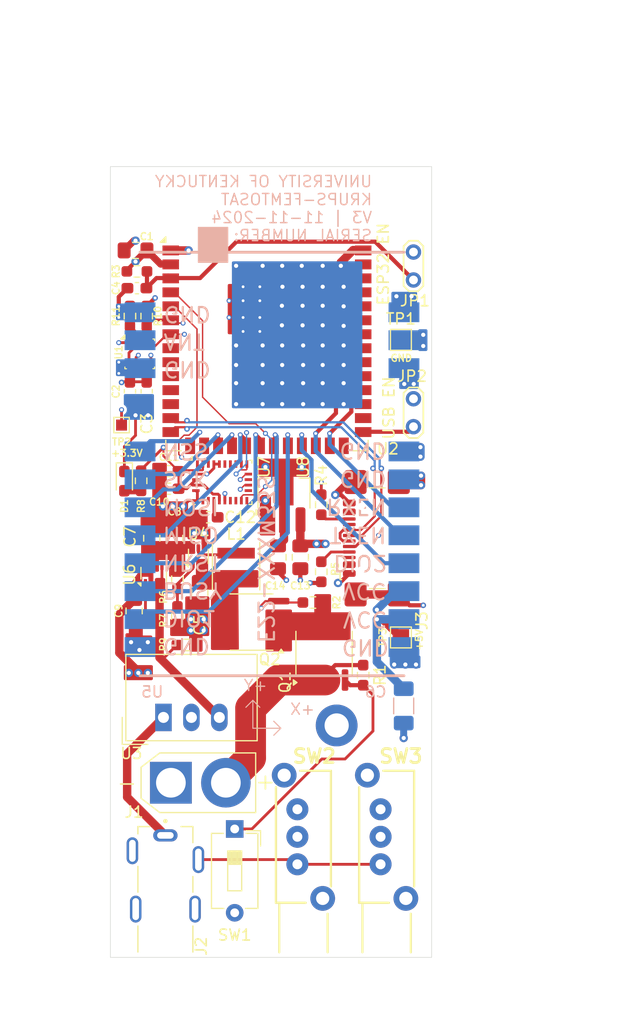
<source format=kicad_pcb>
(kicad_pcb (version 20240108) (generator "pcbnew") (generator_version "8.0")
  (title_block (date "2024-11-11") (rev "V3"))
  (layers (0 "F.Cu" signal) (1 "In1.Cu" signal) (2 "In2.Cu" power) (31 "B.Cu" signal) (34 "B.Paste" user) (35 "F.Paste" user) (36 "B.SilkS" user "B.Silkscreen") (37 "F.SilkS" user "F.Silkscreen") (38 "B.Mask" user) (39 "F.Mask" user) (44 "Edge.Cuts" user))
  (net 0 "")
  (net 1 "+5V")
  (net 2 "GND")
  (net 3 "/5V_BATT")
  (net 4 "/BATT_VIN")
  (net 5 "+3V3")
  (net 7 "Net-(Q1-D)")
  (net 8 "Net-(Q1-G)")
  (net 9 "Net-(Q2-G)")
  (net 10 "/5V_GSE")
  (net 11 "/I2C_SCL")
  (net 12 "/I2C_SDA")
  (net 13 "/USB_D+")
  (net 14 "Net-(J3-CC1)")
  (net 15 "Net-(J3-CC2)")
  (net 16 "/~{LORA_RESET}")
  (net 17 "/USB_D-")
  (net 19 "/SPI_MISO")
  (net 21 "/LORA_TXEN")
  (net 22 "/LORA_DIO1")
  (net 24 "/LORA_RXEN")
  (net 27 "/SPI_MOSI")
  (net 28 "/LORA_BUSY")
  (net 29 "/LORA_DIO2")
  (net 30 "/SPI_CLK")
  (net 31 "/GSE_VIN")
  (net 35 "/PLUG_SWITCH")
  (net 36 "Net-(J1-Pin_2)")
  (net 37 "Net-(SW1-B)")
  (net 44 "/BNO086_HINTN")
  (net 45 "/~{BNO086_RESET}")
  (net 47 "/SPI_NSS")
  (net 51 "/ESP32_EN")
  (net 52 "/USB_EN")
  (net 53 "Net-(U7-CAP)")
  (net 54 "Net-(U4-SW)")
  (net 55 "Net-(U4-FB)")
  (net 71 "Net-(D1-A)")
  (footprint "Capacitor_SMD:C_0805_2012Metric_Pad1.18x1.45mm_HandSolder" (layer "F.Cu") (at 104.14 57.612 -90)
    (property "Reference" "C14")
    (property "Value" "22u")
  )
  (footprint "Capacitor_SMD:C_0603_1608Metric_Pad1.08x0.95mm_HandSolder" (layer "F.Cu") (at 94.234 49.784 180)
    (property "Reference" "C11")
    (property "Value" "0.1u")
  )
  (footprint "Package_TO_SOT_SMD:SOT-563" (layer "F.Cu") (at 96.901 57.531 90)
    (property "Reference" "U4")
    (property "Value" "TPS61023")
  )
  (footprint "Resistor_SMD:R_0603_1608Metric_Pad0.98x0.95mm_HandSolder" (layer "F.Cu") (at 90.678 35.687 90)
    (property "Reference" "R11")
    (property "Value" "3.9k")
  )
  (footprint "MountingHole:MountingHole_2.2mm_M2" (layer "F.Cu") (at 115.316 25.146)
    (property "Reference" "H2" (hide yes))
    (property "Value" "MountingHole")
  )
  (footprint "Capacitor_SMD:C_0805_2012Metric_Pad1.18x1.45mm_HandSolder" (layer "F.Cu") (at 97.028 60.833 -90)
    (property "Reference" "C5")
    (property "Value" "10u")
  )
  (footprint "TestPoint:TestPoint_Pad_1.0x1.0mm" (layer "F.Cu") (at 89.916 45.593 180)
    (property "Reference" "TP2")
    (property "Value" "+3.3V")
  )
  (footprint "Resistor_SMD:R_0603_1608Metric_Pad0.98x0.95mm_HandSolder" (layer "F.Cu") (at 107.315 61.722 180)
    (property "Reference" "R2")
    (property "Value" "100k")
  )
  (footprint "Package_LGA:Bosch_LGA-8_2.5x2.5mm_P0.65mm_ClockwisePinNumbering" (layer "F.Cu") (at 91.567 39.116)
    (property "Reference" "U1")
    (property "Value" "BME280")
  )
  (footprint "Diode_SMD:D_0603_1608Metric_Pad1.05x0.95mm_HandSolder" (layer "F.Cu") (at 90.17 50.687 -90)
    (property "Reference" "D1")
    (property "Value" "LED")
  )
  (footprint "Capacitor_SMD:C_0603_1608Metric_Pad1.08x0.95mm_HandSolder" (layer "F.Cu") (at 92.202 42.5185 -90)
    (property "Reference" "C3")
    (property "Value" "0.1u")
  )
  (footprint "Capacitor_SMD:C_0805_2012Metric_Pad1.18x1.45mm_HandSolder" (layer "F.Cu") (at 106.172 57.612 -90)
    (property "Reference" "C13")
    (property "Value" "10u")
  )
  (footprint "Package_LGA:LGA-28_5.2x3.8mm_P0.5mm" (layer "F.Cu") (at 99.06 50.8)
    (property "Reference" "U7")
    (property "Value" "BNO086")
  )
  (footprint "Capacitor_SMD:C_0805_2012Metric_Pad1.18x1.45mm_HandSolder" (layer "F.Cu") (at 94.742 55.88 90)
    (property "Reference" "C8")
    (property "Value" "22u")
  )
  (footprint "Capacitor_SMD:C_0603_1608Metric_Pad1.08x0.95mm_HandSolder" (layer "F.Cu") (at 90.678 42.5185 -90)
    (property "Reference" "C2")
    (property "Value" "0.1u")
  )
  (footprint "Capacitor_SMD:C_0805_2012Metric_Pad1.18x1.45mm_HandSolder" (layer "F.Cu") (at 91.059 62.484 -90)
    (property "Reference" "C9")
    (property "Value" "10u")
  )
  (footprint "Capacitor_SMD:C_0603_1608Metric_Pad1.08x0.95mm_HandSolder" (layer "F.Cu") (at 97.79 53.975 180)
    (property "Reference" "C12")
    (property "Value" "0.1u")
  )
  (footprint "Capacitor_SMD:C_0603_1608Metric_Pad1.08x0.95mm_HandSolder" (layer "F.Cu") (at 94.234 51.3795 180)
    (property "Reference" "C10")
    (property "Value" "0.1u")
  )
  (footprint "Capacitor_SMD:C_0805_2012Metric_Pad1.18x1.45mm_HandSolder" (layer "F.Cu") (at 91.186 29.718 180)
    (property "Reference" "C1")
    (property "Value" "22u")
  )
  (footprint "Resistor_SMD:R_0603_1608Metric_Pad0.98x0.95mm_HandSolder" (layer "F.Cu") (at 108.077 58.928 -90)
    (property "Reference" "R5")
    (property "Value" "5.1k")
  )
  (footprint "Resistor_SMD:R_0603_1608Metric_Pad0.98x0.95mm_HandSolder" (layer "F.Cu") (at 111.887 68.326 -90)
    (property "Reference" "R1")
    (property "Value" "100k")
  )
  (footprint "Resistor_SMD:R_0603_1608Metric_Pad0.98x0.95mm_HandSolder" (layer "F.Cu") (at 94.996 59.563 -90)
    (property "Reference" "R6")
    (property "Value" "73.2k")
  )
  (footprint "MountingHole:MountingHole_2.2mm_M2_DIN965_Pad" (layer "F.Cu") (at 109.474 72.898)
    (property "Reference" "H3" (hide yes))
    (property "Value" "MountingHole")
  )
  (footprint "Capacitor_SMD:C_0805_2012Metric_Pad1.18x1.45mm_HandSolder" (layer "F.Cu") (at 92.662 55.88 90)
    (property "Reference" "C7")
    (property "Value" "22u")
  )
  (footprint "KRUPS-FemtoSat:TENSILITY_54-00170" (layer "F.Cu") (at 93.901 88.34)
    (property "Reference" "J2")
    (property "Value" "54-00170")
  )
  (footprint "Capacitor_SMD:C_0603_1608Metric_Pad1.08x0.95mm_HandSolder" (layer "F.Cu") (at 91.313 33.147 180)
    (property "Reference" "C4")
    (property "Value" "0.1u")
  )
  (footprint "RF_Module:ESP32-S3-WROOM-2" (layer "F.Cu") (at 103.137 34.978)
    (property "Reference" "U2")
    (property "Value" "ESP32-S3-WROOM-2")
  )
  (footprint "TestPoint:TestPoint_2Pads_Pitch2.54mm_Drill0.8mm" (layer "F.Cu") (at 116.459 29.865 -90)
    (property "Reference" "JP1")
    (property "Value" "Jumper_2_Small_Open")
  )
  (footprint "Resistor_SMD:R_0603_1608Metric_Pad0.98x0.95mm_HandSolder" (layer "F.Cu") (at 92.202 35.687 90)
    (property "Reference" "R10")
    (property "Value" "3.9k")
  )
  (footprint "Resistor_SMD:R_0603_1608Metric_Pad0.98x0.95mm_HandSolder" (layer "F.Cu") (at 108.077 52.832 90)
    (property "Reference" "R4")
    (property "Value" "5.1k")
  )
  (footprint "Button_Switch_THT:SW_DIP_SPSTx01_Slide_6.7x4.1mm_W7.62mm_P2.54mm_LowProfile" (layer "F.Cu") (at 100.203 82.306 -90)
    (property "Reference" "SW1")
    (property "Value" "Enable Switch")
  )
  (footprint "Connector_AMASS:AMASS_XT30U-M_1x02_P5.0mm_Vertical" (layer "F.Cu") (at 94.401 78.105)
    (property "Reference" "J1")
    (property "Value" "XT30U Male Connector")
  )
  (footprint "Package_TO_SOT_SMD:SOT-89-3_Handsoldering" (layer "F.Cu") (at 104.6855 51.77 90)
    (property "Reference" "U8")
    (property "Value" "AZ1117-3.3")
  )
  (footprint "TestPoint:TestPoint_2Pads_Pitch2.54mm_Drill0.8mm" (layer "F.Cu") (at 116.459 43.2 -90)
    (property "Reference" "JP2")
    (property "Value" "Jumper_2_Small_Open")
  )
  (footprint "Connector_USB:USB_C_Receptacle_GCT_USB4110" (layer "F.Cu") (at 114.3 55.88 90)
    (property "Reference" "J3")
    (property "Value" "USB_C_Receptacle_USB2.0_16P")
  )
  (footprint "TestPoint:TestPoint_Pad_1.5x1.5mm" (layer "F.Cu") (at 115.316 37.846)
    (property "Reference" "TP1")
    (property "Value" "GND")
  )
  (footprint "Resistor_SMD:R_0603_1608Metric_Pad0.98x0.95mm_HandSolder" (layer "F.Cu") (at 91.313 31.623)
    (property "Reference" "R3")
    (property "Value" "10k")
  )
  (footprint "Package_SO:SOIC-8_3.9x4.9mm_P1.27mm" (layer "F.Cu") (at 108.331 66.294 90)
    (property "Reference" "Q1")
    (property "Value" "IRF7410")
  )
  (footprint "MountingHole:MountingHole_2.2mm_M2" (layer "F.Cu") (at 91.44 25.146)
    (property "Reference" "H1" (hide yes))
    (property "Value" "MountingHole")
  )
  (footprint "KRUPS-FemtoSat:LC1258OANP" (layer "F.Cu") (at 113.468 80.518 -90)
    (property "Reference" "SW3")
    (property "Value" "Enclosure Detector" (hide yes))
  )
  (footprint "KRUPS-FemtoSat:LC1258OANP" (layer "F.Cu") (at 105.904 80.518 -90)
    (property "Reference" "SW2")
    (property "Value" "Enclosure Detector" (hide yes))
  )
  (footprint "TestPoint:TestPoint_Pad_1.5x1.5mm" (layer "F.Cu") (at 115.316 64.897 90)
    (property "Reference" "TP3")
    (property "Value" "+5V")
  )
  (footprint "Resistor_SMD:R_0603_1608Metric_Pad0.98x0.95mm_HandSolder" (layer "F.Cu") (at 91.694 50.659 -90)
    (property "Reference" "R8")
    (property "Value" "270")
  )
  (footprint "Resistor_SMD:R_0603_1608Metric_Pad0.98x0.95mm_HandSolder" (layer "F.Cu") (at 94.996 62.992 90)
    (property "Reference" "R7")
    (property "Value" "10k")
  )
  (footprint "Resistor_SMD:R_0603_1608Metric_Pad0.98x0.95mm_HandSolder" (layer "F.Cu") (at 95.8596 65.5828)
    (property "Reference" "R9")
    (property "Value" "100k")
  )
  (footprint "Inductor_SMD:L_Coilcraft_XxL4030" (layer "F.Cu") (at 100.33 58.42 90)
    (property "Reference" "L1")
    (property "Value" "1u")
  )
  (footprint "Converter_DCDC:Converter_DCDC_TRACO_TSR-1_THT" (layer "F.Cu") (at 93.726 72.1675)
    (property "Reference" "U3")
    (property "Value" "TSR_2-2450")
  )
  (footprint "Package_TO_SOT_SMD:SOT-583-8" (layer "F.Cu") (at 92.837 59.182 90)
    (property "Reference" "U6")
    (property "Value" "TPS2117")
  )
  (footprint "Package_SO:SOIC-8_3.9x4.9mm_P1.27mm" (layer "F.Cu") (at 101.727 63.5 180)
    (property "Reference" "Q2")
    (property "Value" "IRF7410")
  )
  (footprint "Capacitor_SMD:C_1206_3216Metric_Pad1.33x1.80mm_HandSolder" (layer "B.Cu") (at 115.57 71.12 -90)
    (property "Reference" "C6")
    (property "Value" "100u")
  )
  (footprint "KRUPS-FemtoSat:E22-XXXM33S" (layer "B.Cu") (at 102.87 49.53 90)
    (property "Reference" "U5")
    (property "Value" "E22-900M33S")
  )
  (gr_line (start 103.759 72.517) (end 104.394 73.152) (stroke (width 0.1)) (layer "B.SilkS"))
  (gr_line (start 101.854 73.152) (end 104.394 73.152) (stroke (width 0.1)) (layer "B.SilkS"))
  (gr_line (start 104.394 73.152) (end 103.759 72.517) (stroke (width 0.1)) (layer "B.SilkS"))
  (gr_line (start 104.394 73.152) (end 103.759 73.787) (stroke (width 0.1)) (layer "B.SilkS"))
  (gr_line (start 101.854 73.152) (end 101.854 70.612) (stroke (width 0.1)) (layer "B.SilkS"))
  (gr_line (start 101.854 70.612) (end 102.489 71.247) (stroke (width 0.1)) (layer "B.SilkS"))
  (gr_rect (start 96.901 27.6225) (end 99.568 30.7975) (stroke (width 0.1)) (fill solid) (layer "B.SilkS"))
  (gr_line (start 101.854 70.612) (end 101.219 71.247) (stroke (width 0.1)) (layer "B.SilkS"))
  (gr_rect (start 88.9 22.098) (end 118.11 93.98) (stroke (width 0.05)) (fill none) (layer "Edge.Cuts"))
  (gr_text "UNIVERSITY OF KENTUCKY\nKRUPS-FEMTOSAT\nV3 | 11-11-2024\nSERIAL NUMBER:" (at 112.776 28.956 0) (layer "B.SilkS") (effects (font (size 1.016 1.016) (thickness 0.127)) (justify left bottom mirror)))
  (gr_text "+Y" (at 103.251 69.85 0) (layer "B.SilkS") (effects (font (size 1.016 1.016) (thickness 0.127)) (justify left bottom mirror)))
  (gr_text "+X" (at 107.569 72.009 0) (layer "B.SilkS") (effects (font (size 1.016 1.016) (thickness 0.127)) (justify left bottom mirror)))
  (gr_text "+5V" (at 117.348 66.167 90) (layer "F.SilkS") (effects (font (size 0.635 0.635) (thickness 0.127) (bold yes)) (justify left bottom)))
  (gr_text "GND" (at 114.3 39.878 0) (layer "F.SilkS") (effects (font (size 0.635 0.635) (thickness 0.127) (bold yes)) (justify left bottom)))
  (gr_text "ESP32 EN" (at 114.3 34.798 90) (layer "F.SilkS") (effects (font (size 1 1)) (justify left bottom)))
  (gr_text "USB EN" (at 114.808 46.99 90) (layer "F.SilkS") (effects (font (size 1 1)) (justify left bottom)))
  (gr_text "+3.3V" (at 88.9 48.514 0) (layer "F.SilkS") (effects (font (size 0.635 0.635) (thickness 0.127) (bold yes)) (justify left bottom)))
  (segment (start 106.3585 56.388) (end 106.172 56.5745) (width 0.762) (layer "F.Cu") (net 1))
  (segment (start 113.1316 63.246) (end 113.665 63.246) (width 0.762) (layer "F.Cu") (net 1))
  (segment (start 89.7128 66.294) (end 91.3384 67.9196) (width 0.762) (layer "F.Cu") (net 1))
  (segment (start 106.172 54.2335) (end 106.1855 54.22) (width 0.762) (layer "F.Cu") (net 1))
  (segment (start 89.7128 62.7927) (end 89.7128 66.294) (width 0.762) (layer "F.Cu") (net 1))
  (segment (start 106.172 56.5745) (end 106.172 54.2335) (width 0.762) (layer "F.Cu") (net 1))
  (segment (start 108.458 56.388) (end 106.3585 56.388) (width 0.762) (layer "F.Cu") (net 1))
  (segment (start 113.665 63.246) (end 115.316 64.897) (width 0.762) (layer "F.Cu") (net 1))
  (segment (start 91.059 61.4465) (end 89.7128 62.7927) (width 0.762) (layer "F.Cu") (net 1))
  (via (at 108.458 56.388) (size 0.762) (drill 0.381) (layers "F.Cu" "B.Cu") (net 1))
  (via (at 91.44 68.1228) (size 0.762) (drill 0.381) (layers "F.Cu" "B.Cu") (net 1))
  (via (at 113.1316 63.246) (size 0.762) (drill 0.381) (layers "F.Cu" "B.Cu") (net 1))
  (via (at 113.1316 62.3824) (size 0.762) (drill 0.381) (layers "F.Cu" "B.Cu") (net 1))
  (via (at 107.6452 56.388) (size 0.762) (drill 0.381) (layers "F.Cu" "B.Cu") (net 1))
  (via (at 90.5764 68.1228) (size 0.762) (drill 0.381) (layers "F.Cu" "B.Cu") (net 1))
  (via (at 92.3036 68.1228) (size 0.762) (drill 0.381) (layers "F.Cu" "B.Cu") (net 1))
  (segment (start 113.1316 63.246) (end 113.1316 67.1191) (width 0.762) (layer "B.Cu") (net 1))
  (segment (start 115.579 63.246) (end 115.595 63.23) (width 0.762) (layer "B.Cu") (net 1))
  (segment (start 115.595 60.69) (end 114.824 60.69) (width 0.762) (layer "B.Cu") (net 1))
  (segment (start 114.824 60.69) (end 113.1316 62.3824) (width 0.762) (layer "B.Cu") (net 1))
  (segment (start 113.1316 67.1191) (end 115.57 69.5575) (width 0.762) (layer "B.Cu") (net 1))
  (segment (start 113.1316 63.246) (end 115.579 63.246) (width 0.762) (layer "B.Cu") (net 1))
  (segment (start 96.012 29.718) (end 94.402 29.718) (width 0.762) (layer "F.Cu") (net 2))
  (segment (start 115.409 51.054) (end 115.125 50.77) (width 0.762) (layer "F.Cu") (net 2))
  (segment (start 111.195 50.77) (end 110.52 50.77) (width 0.635) (layer "F.Cu") (net 2))
  (segment (start 89.662 33.9355) (end 89.662 34.798) (width 0.381) (layer "F.Cu") (net 2))
  (segment (start 110.969 29.69) (end 111.874 29.69) (width 0.762) (layer "F.Cu") (net 2))
  (segment (start 101.096 51.05) (end 101.4475 51.05) (width 0.127) (layer "F.Cu") (net 2))
  (segment (start 90.678 43.381) (end 90.678 44.196) (width 0.381) (layer "F.Cu") (net 2))
  (segment (start 98.31 49.1375) (end 98.81 49.1375) (width 0.254) (layer "F.Cu") (net 2))
  (segment (start 96.81 52.4625) (end 96.81 51.6875) (width 0.254) (layer "F.Cu") (net 2))
  (segment (start 92.583 39.243) (end 92.583 40.1) (width 0.254) (layer "F.Cu") (net 2))
  (segment (start 109.347 51.943) (end 109.883 51.943) (width 0.381) (layer "F.Cu") (net 2))
  (segment (start 97.663 50.038) (end 97.79 50.038) (width 0.254) (layer "F.Cu") (net 2))
  (segment (start 92.583 40.1) (end 92.542 40.141) (width 0.254) (layer "F.Cu") (net 2))
  (segment (start 97.651 50.05) (end 96.6725 50.05) (width 0.254) (layer "F.Cu") (net 2))
  (segment (start 90.678 44.196) (end 91.186 44.704) (width 0.381) (layer "F.Cu") (net 2))
  (segment (start 92.202 44.577) (end 92.329 44.704) (width 0.381) (layer "F.Cu") (net 2))
  (segment (start 90.4505 33.147) (end 89.662 33.9355) (width 0.381) (layer "F.Cu") (net 2))
  (segment (start 91.0375 28.829) (end 90.1485 29.718) (width 0.635) (layer "F.Cu") (net 2))
  (segment (start 109.756 59.944) (end 110.62 59.08) (width 0.381) (layer "F.Cu") (net 2))
  (segment (start 97.79 50.038) (end 98.31 49.518) (width 0.254) (layer "F.Cu") (net 2))
  (segment (start 109.855 30.804) (end 110.969 29.69) (width 0.762) (layer "F.Cu") (net 2))
  (segment (start 92.202 43.381) (end 92.202 44.577) (width 0.381) (layer "F.Cu") (net 2))
  (segment (start 91.242 39.441) (end 91.44 39.243) (width 0.254) (layer "F.Cu") (net 2))
  (segment (start 117.1448 51.054) (end 115.409 51.054) (width 0.762) (layer "F.Cu") (net 2))
  (segment (start 98.31 49.518) (end 98.31 49.1375) (width 0.254) (layer "F.Cu") (net 2))
  (segment (start 117.348 61.976) (end 116.111 61.976) (width 0.381) (layer "F.Cu") (net 2))
  (segment (start 91.186 28.829) (end 91.0375 28.829) (width 0.635) (layer "F.Cu") (net 2))
  (segment (start 116.111 61.976) (end 115.125 60.99) (width 0.381) (layer "F.Cu") (net 2))
  (segment (start 96.0259 52.4625) (end 95.504 52.9844) (width 0.254) (layer "F.Cu") (net 2))
  (segment (start 117.1448 50.1904) (end 117.1448 51.054) (width 0.762) (layer "F.Cu") (net 2))
  (segment (start 109.601 59.944) (end 109.756 59.944) (width 0.381) (layer "F.Cu") (net 2))
  (segment (start 91.242 40.141) (end 91.242 39.441) (width 0.254) (layer "F.Cu") (net 2))
  (segment (start 90.17 47.5488) (end 91.186 46.5328) (width 0.254) (layer "F.Cu") (net 2))
  (segment (start 109.855 31.115) (end 109.855 30.804) (width 0.762) (layer "F.Cu") (net 2))
  (segment (start 90.17 49.812) (end 90.17 47.5488) (width 0.254) (layer "F.Cu") (net 2))
  (segment (start 110.52 50.77) (end 109.347 51.943) (width 0.635) (layer "F.Cu") (net 2))
  (segment (start 106.172 59.69) (end 106.172 58.6495) (width 0.381) (layer "F.Cu") (net 2))
  (segment (start 94.402 29.718) (end 94.374 29.69) (width 0.762) (layer "F.Cu") (net 2))
  (segment (start 109.883 51.943) (end 110.62 52.68) (width 0.381) (layer "F.Cu") (net 2))
  (segment (start 96.81 51.6875) (end 96.6725 51.55) (width 0.254) (layer "F.Cu") (net 2))
  (segment (start 108.077 50.8) (end 108.077 51.9195) (width 0.254) (layer "F.Cu") (net 2))
  (segment (start 115.125 60.99) (end 111.195 60.99) (width 0.762) (layer "F.Cu") (net 2))
  (segment (start 107.061 59.944) (end 107.9735 59.944) (width 0.381) (layer "F.Cu") (net 2))
  (segment (start 107.9735 59.944) (end 108.077 59.8405) (width 0.381) (layer "F.Cu") (net 2))
  (segment (start 104.14 58.928) (end 104.902 59.69) (width 0.381) (layer "F.Cu") (net 2))
  (segment (start 116.459 41.8846) (end 116.4844 41.8592) (width 0.381) (layer "F.Cu") (net 2))
  (segment (start 115.7732 37.3888) (end 115.316 37.846) (width 0.635) (layer "F.Cu") (net 2))
  (segment (start 100.711 51.435) (end 101.096 51.05) (width 0.127) (layer "F.Cu") (net 2))
  (segment (start 117.348 37.3888) (end 115.7732 37.3888) (width 0.635) (layer "F.Cu") (net 2))
  (segment (start 92.087 62.4935) (end 91.059 63.5215) (width 0.254) (layer "F.Cu") (net 2))
  (segment (start 91.186 46.5328) (end 91.186 44.704) (width 0.254) (layer "F.Cu") (net 2))
  (segment (start 116.439 29.464) (end 116.459 29.484) (width 0.381) (layer "F.Cu") (net 2))
  (segment (start 92.087 59.922) (end 92.087 62.4935) (width 0.254) (layer "F.Cu") (net 2))
  (segment (start 104.14 58.6495) (end 104.14 58.928) (width 0.381) (layer "F.Cu") (net 2))
  (segment (start 96.81 52.4625) (end 96.0259 52.4625) (width 0.254) (layer "F.Cu") (net 2))
  (segment (start 89.662 38.1) (end 90.583 38.1) (width 0.254) (layer "F.Cu") (net 2))
  (segment (start 97.663 50.038) (end 97.651 50.05) (width 0.254) (layer "F.Cu") (net 2))
  (segment (start 90.583 38.1) (end 90.592 38.091) (width 0.254) (layer "F.Cu") (net 2))
  (via (at 115.6208 41.8592) (size 0.762) (drill 0.381) (layers "F.Cu" "B.Cu") (net 2))
  (via (at 108.204 41.783) (size 0.762) (drill 0.381) (layers "F.Cu" "B.Cu") (net 2))
  (via (at 97.4344 55.4228) (size 0.762) (drill 0.381) (layers "F.Cu" "B.Cu") (net 2))
  (via (at 116.6876 67.3608) (size 0.762) (drill 0.381) (layers "F.Cu" "B.Cu") (net 2))
  (via (at 104.5464 33.02) (size 0.762) (drill 0.381) (layers "F.Cu" "B.Cu") (net 2))
  (via (at 117.094 48.4632) (size 0.762) (drill 0.381) (layers "F.Cu" "B.Cu") (net 2))
  (via (at 110.109 36.576) (size 0.762) (drill 0.381) (layers "F.Cu" "B.Cu") (net 2))
  (via (at 100.33 41.783) (size 0.762) (drill 0.381) (layers "F.Cu" "B.Cu") (net 2))
  (via (at 102.743 41.783) (size 0.762) (drill 0.381) (layers "F.Cu" "B.Cu") (net 2))
  (via (at 110.109 38.354) (size 0.762) (drill 0.381) (layers "F.Cu" "B.Cu") (net 2))
  (via (at 89.662 34.798) (size 0.508) (drill 0.254) (layers "F.Cu" "B.Cu") (net 2))
  (via (at 109.601 59.944) (size 0.762) (drill 0.381) (layers "F.Cu" "B.Cu") (net 2))
  (via (at 109.347 51.943) (size 0.762) (drill 0.381) (layers "F.Cu" "B.Cu") (net 2))
  (via (at 108.204 38.354) (size 0.762) (drill 0.381) (layers "F.Cu" "B.Cu") (net 2))
  (via (at 110.109 34.798) (size 0.762) (drill 0.381) (layers "F.Cu" "B.Cu") (net 2))
  (via (at 100.33 38.354) (size 0.762) (drill 0.381) (layers "F.Cu" "B.Cu") (net 2))
  (via (at 116.4844 41.8592) (size 0.762) (drill 0.381) (layers "F.Cu" "B.Cu") (net 2))
  (via (at 115.57 74.041) (size 0.762) (drill 0.381) (layers "F.Cu" "B.Cu") (net 2))
  (via (at 99.695 35.814) (size 0.4572) (drill 0.254) (layers "F.Cu" "B.Cu") (net 2))
  (via (at 116.2812 33.8836) (size 0.762) (drill 0.381) (layers "F.Cu" "B.Cu") (net 2))
  (via (at 108.204 33.02) (size 0.762) (drill 0.381) (layers "F.Cu" "B.Cu") (net 2))
  (via (at 100.965 34.29) (size 0.4572) (drill 0.254) (layers "F.Cu" "B.Cu") (net 2))
  (via (at 93.6752 52.9844) (size 0.762) (drill 0.381) (layers "F.Cu" "B.Cu") (net 2))
  (via (at 104.902 59.69) (size 0.508) (drill 0.254) (layers "F.Cu" "B.Cu") (net 2))
  (via (at 100.33 43.688) (size 0.762) (drill 0.381) (layers "F.Cu" "B.Cu") (net 2))
  (via (at 108.204 36.5252) (size 0.762) (drill 0.381) (layers "F.Cu" "B.Cu") (net 2))
  (via (at 97.3836 64.262) (size 0.762) (drill 0.381) (layers "F.Cu" "B.Cu") (net 2))
  (via (at 117.348 37.3888) (size 0.762) (drill 0.381) (layers "F.Cu" "B.Cu") (net 2))
  (via (at 97.663 50.038) (size 0.4572) (drill 0.254) (layers "F.Cu" "B.Cu") (net 2))
  (via (at 108.204 31.115) (size 0.762) (drill 0.381) (layers "F.Cu" "B.Cu") (net 2))
  (via (at 96.52 55.4228) (size 0.762) (drill 0.381) (layers "F.Cu" "B.Cu") (net 2))
  (via (at 109.855 31.115) (size 0.762) (drill 0.381) (layers "F.Cu" "B.Cu") (net 2))
  (via (at 91.186 28.829) (size 0.762) (drill 0.381) (layers "F.Cu" "B.Cu") (net 2))
  (via (at 108.204 34.7472) (size 0.762) (drill 0.381) (layers "F.Cu" "B.Cu") (net 2))
  (via (at 110.109 41.783) (size 0.762) (drill 0.381) (layers "F.Cu" "B.Cu") (net 2))
  (via (at 104.521 31.115) (size 0.762) (drill 0.381) (layers "F.Cu" "B.Cu") (net 2))
  (via (at 102.489 37.084) (size 0.4572) (drill 0.254) (layers "F.Cu" "B.Cu") (net 2))
  (via (at 117.348 38.4048) (size 0.762) (drill 0.381) (layers "F.Cu" "B.Cu") (net 2))
  (via (at 107.061 59.944) (size 0.508) (drill 0.254) (layers "F.Cu" "B.Cu") (net 2))
  (via (at 89.662 39.878) (size 0.508) (drill 0.254) (layers "F.Cu" "B.Cu") (net 2))
  (via (at 99.695 34.29) (size 0.4572) (drill 0.254) (layers "F.Cu" "B.Cu") (net 2))
  (via (at 106.3752 33.02) (size 0.762) (drill 0.381) (layers "F.Cu" "B.Cu") (net 2))
  (via (at 91.5416 66.04) (size 0.762) (drill 0.381) (layers "F.Cu" "B.Cu") (net 2))
  (via (at 102.743 38.354) (size 0.762) (drill 0.381) (layers "F.Cu" "B.Cu") (net 2))
  (via (at 92.329 44.704) (size 0.762) (drill 0.381) (layers "F.Cu" "B.Cu") (net 2))
  (via (at 91.186 44.704) (size 0.762) (drill 0.381) (layers "F.Cu" "B.Cu") (net 2))
  (via (at 89.662 35.814) (size 0.508) (drill 0.254) (layers "F.Cu" "B.Cu") (net 2))
  (via (at 102.743 43.688) (size 0.762) (drill 0.381) (layers "F.Cu" "B.Cu") (net 2))
  (via (at 117.348 61.976) (size 0.508) (drill 0.254) (layers "F.Cu" "B.Cu") (net 2))
  (via (at 104.521 40.132) (size 0.762) (drill 0.381) (layers "F.Cu" "B.Cu") (net 2))
  (via (at 100.965 37.084) (size 0.4572) (drill 0.254) (layers "F.Cu" "B.Cu") (net 2))
  (via (at 94.5896 52.9844) (size 0.762) (drill 0.381) (layers "F.Cu" "B.Cu") (net 2))
  (via (at 106.299 31.115) (size 0.762) (drill 0.381) (layers "F.Cu" "B.Cu") (net 2))
  (via (at 90.7796 65.3288) (size 0.762) (drill 0.381) (layers "F.Cu" "B.Cu") (net 2))
  (via (at 102.743 40.132) (size 0.762) (drill 0.381) (layers "F.Cu" "B.Cu") (net 2))
  (via (at 104.4956 36.5252) (size 0.762) (drill 0.381) (layers "F.Cu" "B.Cu") (net 2))
  (via (at 117.1448 50.1904) (size 0.762) (drill 0.381) (layers "F.Cu" "B.Cu") (net 2))
  (via (at 92.583 39.243) (size 0.4572) (drill 0.254) (layers "F.Cu" "B.Cu") (net 2))
  (via (at 113.284 55.626) (size 0.4572) (drill 0.254) (layers "F.Cu" "B.Cu") (net 2))
  (via (at 89.662 38.1) (size 0.4572) (drill 0.254) (layers "F.Cu" "B.Cu") (net 2))
  (via (at 91.44 39.243) (size 0.4572) (drill 0.254) (layers "F.Cu" "B.Cu") (net 2))
  (via (at 100.965 35.814) (size 0.4572) (drill 0.254) (layers "F.Cu" "B.Cu") (net 2))
  (via (at 100.965 33.02) (size 0.4572) (drill 0.254) (layers "F.Cu" "B.Cu") (net 2))
  (via (at 106.3752 36.5252) (size 0.762) (drill 0.381) (layers "F.Cu" "B.Cu") (net 2))
  (via (at 117.1448 51.054) (size 0.762) (drill 0.381) (layers "F.Cu" "B.Cu") (net 2))
  (via (at 96.2152 63.246) (size 0.762) (drill 0.381) (layers "F.Cu" "B.Cu") (net 2))
  (via (at 108.077 50.8) (size 0.4572) (drill 0.254) (layers "F.Cu" "B.Cu") (net 2))
  (via (at 104.4956 34.7472) (size 0.762) (drill 0.381) (layers "F.Cu" "B.Cu") (net 2))
  (via (at 102.997 52.451) (size 0.762) (drill 0.381) (layers "F.Cu" "B.Cu") (net 2))
  (via (at 106.426 38.354) (size 0.762) (drill 0.381) (layers "F.Cu" "B.Cu") (net 2))
  (via (at 100.33 31.115) (size 0.762) (drill 0.381) (layers "F.Cu" "B.Cu") (net 2))
  (via (at 110.109 40.132) (size 0.762) (drill 0.381) (layers "F.Cu" "B.Cu") (net 2))
  (via (at 89.662 40.894) (size 0.508) (drill 0.254) (layers "F.Cu" "B.Cu") (net 2))
  (via (at 106.426 43.688) (size 0.762) (drill 0.381) (layers "F.Cu" "B.Cu") (net 2))
  (via (at 108.204 43.688) (size 0.762) (drill 0.381) (layers "F.Cu" "B.Cu") (net 2))
  (via (at 114.9096 33.8836) (size 0.762) (drill 0.381) (layers "F.Cu" "B.Cu") (net 2))
  (via (at 102.743 31.115) (size 0.762) (drill 0.381) (layers "F.Cu" "B.Cu") (net 2))
  (via (at 104.521 41.783) (size 0.762) (drill 0.381) (layers "F.Cu" "B.Cu") (net 2))
  (via (at 104.521 43.688) (size 0.762) (drill 0.381) (layers "F.Cu" "B.Cu") (net 2))
  (via (at 102.489 34.29) (size 0.4572) (drill 0.254) (layers "F.Cu" "B.Cu") (net 2))
  (via (at 97.3836 63.246) (size 0.762) (drill 0.381) (layers "F.Cu" "B.Cu") (net 2))
  (via (at 106.426 41.783) (size 0.762) (drill 0.381) (layers "F.Cu" "B.Cu") (net 2))
  (via (at 108.204 40.132) (size 0.762) (drill 0.381) (layers "F.Cu" "B.Cu") (net 2))
  (via (at 100.711 51.435) (size 0.4572) (drill 0.254) (layers "F.Cu" "B.Cu") (net 2))
  (via (at 106.172 59.69) (size 0.508) (drill 0.254) (layers "F.Cu" "B.Cu") (net 2))
  (via (at 96.012 29.718) (size 0.762) (drill 0.381) (layers "F.Cu" "B.Cu") (net 2))
  (via (at 92.3036 65.3288) (size 0.762) (drill 0.381) (layers "F.Cu" "B.Cu") (net 2))
  (via (at 102.489 33.02) (size 0.4572) (drill 0.254) (layers "F.Cu" "B.Cu") (net 2))
  (via (at 106.3752 34.7472) (size 0.762) (drill 0.381) (layers "F.Cu" "B.Cu") (net 2))
  (via (at 115.7224 67.3608) (size 0.762) (drill 0.381) (layers "F.Cu" "B.Cu") (net 2))
  (via (at 106.426 40.132) (size 0.762) (drill 0.381) (layers "F.Cu" "B.Cu") (net 2))
  (via (at 95.504 52.9844) (size 0.762) (drill 0.381) (layers "F.Cu" "B.Cu") (net 2))
  (via (at 110.109 43.688) (size 0.762) (drill 0.381) (layers "F.Cu" "B.Cu") (net 2))
  (via (at 100.33 40.132) (size 0.762) (drill 0.381) (layers "F.Cu" "B.Cu") (net 2))
  (via (at 104.521 38.354) (size 0.762) (drill 0.381) (layers "F.Cu" "B.Cu") (net 2))
  (via (at 117.094 47.5996) (size 0.762) (drill 0.381) (layers "F.Cu" "B.Cu") (net 2))
  (via (at 114.7064 67.3608) (size 0.762) (drill 0.381) (layers "F.Cu" "B.Cu") (net 2))
  (via (at 102.489 35.814) (size 0.4572) (drill 0.254) (layers "F.Cu" "B.Cu") (net 2))
  (via (at 110.109 33.02) (size 0.762) (drill 0.381) (layers "F.Cu" "B.Cu") (net 2))
  (via (at 96.2152 64.262) (size 0.762) (drill 0.381) (layers "F.Cu" "B.Cu") (net 2))
  (segment (start 115.6208 40.4458) (end 115.595 40.42) (width 0.762) (layer "B.Cu") (net 2))
  (segment (start 117.094 47.5996) (end 117.094 48.4632) (width 0.762) (layer "B.Cu") (net 2))
  (segment (start 115.7224 65.8974) (end 115.595 65.77) (width 0.762) (layer "B.Cu") (net 2))
  (segment (start 115.57 72.6825) (end 115.57 74.041) (width 0.635) (layer "B.Cu") (net 2))
  (segment (start 91.242 38.374) (end 91.242 38.091) (width 0.254) (layer "F.Cu") (net 5))
  (segment (start 92.202 34.7745) (end 92.2255 34.7745) (width 0.381) (layer "F.Cu") (net 5))
  (segment (start 90.592 40.141) (end 90.592 39.024) (width 0.254) (layer "F.Cu") (net 5))
  (segment (start 98.691 51.871) (end 98.81 51.99) (width 0.254) (layer "F.Cu") (net 5))
  (segment (start 89.977631 41.656) (end 89.916 41.717631) (width 0.254) (layer "F.Cu") (net 5))
  (segment (start 95.0965 49.784) (end 93.726 48.4135) (width 0.1905) (layer "F.Cu") (net 5))
  (segment (start 96.28075 50.94175) (end 96.6725 50.55) (width 0.254) (layer "F.Cu") (net 5))
  (segment (start 92.2235 29.718) (end 93.4655 30.96) (width 0.635) (layer "F.Cu") (net 5))
  (segment (start 92.2235 29.718) (end 92.202 29.718) (width 0.635) (layer "F.Cu") (net 5))
  (segment (start 95.0965 49.784) (end 95.0965 51.3795) (width 0.1905) (layer "F.Cu") (net 5))
  (segment (start 92.202 29.718) (end 91.186 30.734) (width 0.635) (layer "F.Cu") (net 5))
  (segment (start 91.892 41.346) (end 92.202 41.656) (width 0.254) (layer "F.Cu") (net 5))
  (segment (start 92.202 34.7745) (end 90.678 34.7745) (width 0.381) (layer "F.Cu") (net 5))
  (segment (start 90.4005 31.623) (end 90.4005 31.5195) (width 0.381) (layer "F.Cu") (net 5))
  (segment (start 92.2255 34.7745) (end 92.964 34.036) (width 0.381) (layer "F.Cu") (net 5))
  (segment (start 89.916 45.593) (end 89.916 44.196) (width 0.254) (layer "F.Cu") (net 5))
  (segment (start 90.592 39.024) (end 91.242 38.374) (width 0.254) (layer "F.Cu") (net 5))
  (segment (start 98.226 51.871) (end 98.691 51.871) (width 0.254) (layer "F.Cu") (net 5))
  (segment (start 93.4655 30.96) (end 94.374 30.96) (width 0.635) (layer "F.Cu") (net 5))
  (segment (start 90.4005 31.5195) (end 91.186 30.734) (width 0.381) (layer "F.Cu") (net 5))
  (segment (start 98.81 51.99) (end 98.81 52.4625) (width 0.254) (layer "F.Cu") (net 5))
  (segment (start 104.14 56.5745) (end 104.6855 56.029) (width 0.762) (layer "F.Cu") (net 5))
  (segment (start 97.31 49.6655) (end 97.31 49.1375) (width 0.1905) (layer "F.Cu") (net 5))
  (segment (start 96.6725 51.05) (end 96.389 51.05) (width 0.254) (layer "F.Cu") (net 5))
  (segment (start 96.6725 51.05) (end 97.405 51.05) (width 0.254) (layer "F.Cu") (net 5))
  (segment (start 97.27475 49.70075) (end 97.31 49.6655) (width 0.1905) (layer "F.Cu") (net 5))
  (segment (start 91.892 40.141) (end 91.892 41.346) (width 0.254) (layer "F.Cu") (net 5))
  (segment (start 95.17975 49.70075) (end 97.27475 49.70075) (width 0.1905) (layer "F.Cu") (net 5))
  (segment (start 92.202 41.656) (end 89.977631 41.656) (width 0.254) (layer "F.Cu") (net 5))
  (segment (start 95.843 51.3795) (end 96.28075 50.94175) (width 0.254) (layer "F.Cu") (net 5))
  (segment (start 90.592 40.141) (end 90.592 41.57) (width 0.254) (layer "F.Cu") (net 5))
  (segment (start 91.694 49.7465) (end 91.694 49.657) (width 0.254) (layer "F.Cu") (net 5))
  (segment (start 97.405 51.05) (end 98.226 51.871) (width 0.254) (layer "F.Cu") (net 5))
  (segment (start 104.6855 56.029) (end 104.6855 54.1325) (width 0.762) (layer "F.Cu") (net 5))
  (segment (start 92.202 34.7745) (end 92.202 34.671) (width 0.381) (layer "F.Cu") (net 5))
  (segment (start 95.0965 51.3795) (end 95.843 51.3795) (width 0.254) (layer "F.Cu") (net 5))
  (segment (start 91.694 49.657) (end 93.726 47.625) (width 0.254) (layer "F.Cu") (net 5))
  (segment (start 95.0965 49.784) (end 95.17975 49.70075) (width 0.1905) (layer "F.Cu") (net 5))
  (segment (start 90.592 41.57) (end 90.678 41.656) (width 0.254) (layer "F.Cu") (net 5))
  (segment (start 96.389 51.05) (end 96.28075 50.94175) (width 0.254) (layer "F.Cu") (net 5))
  (segment (start 93.726 48.4135) (end 93.726 47.625) (width 0.1905) (layer "F.Cu") (net 5))
  (via (at 93.726 47.625) (size 0.508) (drill 0.254) (layers "F.Cu" "B.Cu") (net 5))
  (via (at 102.997 49.403) (size 0.762) (drill 0.381) (layers "F.Cu" "B.Cu") (net 5))
  (via (at 92.964 34.036) (size 0.508) (drill 0.254) (layers "F.Cu" "B.Cu") (net 5))
  (via (at 89.916 41.717631) (size 0.508) (drill 0.254) (layers "F.Cu" "B.Cu") (net 5))
  (via (at 106.299 49.403) (size 0.762) (drill 0.381) (layers "F.Cu" "B.Cu") (net 5))
  (via (at 91.186 30.734) (size 0.762) (drill 0.381) (layers "F.Cu" "B.Cu") (net 5))
  (via (at 89.916 44.196) (size 0.4572) (drill 0.254) (layers "F.Cu" "B.Cu") (net 5))
  (segment (start 110.7055 69.2385) (end 110.236 68.769) (width 0.381) (layer "F.Cu") (net 8))
  (segment (start 111.887 69.2385) (end 110.7055 69.2385) (width 0.381) (layer "F.Cu") (net 8))
  (segment (start 110.236 75.946) (end 112.776 73.406) (width 0.254) (layer "F.Cu") (net 8))
  (segment (start 100.203 82.306) (end 101.766201 82.306) (width 0.254) (layer "F.Cu") (net 8))
  (segment (start 112.776 70.1275) (end 111.887 69.2385) (width 0.254) (layer "F.Cu") (net 8))
  (segment (start 112.776 73.406) (end 112.776 70.1275) (width 0.254) (layer "F.Cu") (net 8))
  (segment (start 100.203 82.941) (end 100.203 82.931) (width 0.1905) (layer "F.Cu") (net 8))
  (segment (start 108.126201 75.946) (end 110.236 75.946) (width 0.254) (layer "F.Cu") (net 8))
  (segment (start 101.766201 82.306) (end 108.126201 75.946) (width 0.254) (layer "F.Cu") (net 8))
  (segment (start 102.616 62.23) (end 102.616 61.976) (width 0.1905) (layer "F.Cu") (net 9))
  (segment (start 104.329 61.722) (end 104.202 61.595) (width 0.1905) (layer "F.Cu") (net 9))
  (segment (start 102.616 61.976) (end 102.997 61.595) (width 0.1905) (layer "F.Cu") (net 9))
  (segment (start 104.1766 61.6204) (end 104.202 61.595) (width 0.1905) (layer "F.Cu") (net 9))
  (segment (start 102.997 61.595) (end 104.202 61.595) (width 0.1905) (layer "F.Cu") (net 9))
  (segment (start 106.4025 61.722) (end 104.329 61.722) (width 0.1905) (layer "F.Cu") (net 9))
  (via (at 102.616 62.23) (size 0.4572) (drill 0.254) (layers "F.Cu" "B.Cu") (net 9))
  (segment (start 93.3704 66.7319) (end 93.3704 60.3504) (width 0.762) (layer "F.Cu") (net 10))
  (segment (start 94.9471 65.5828) (end 93.798 66.7319) (width 0.254) (layer "F.Cu") (net 10))
  (segment (start 93.587 58.442) (end 93.587 59.922) (width 0.254) (layer "F.Cu") (net 10))
  (segment (start 98.806 72.1675) (end 93.3704 66.7319) (width 0.762) (layer "F.Cu") (net 10))
  (segment (start 93.798 66.7319) (end 93.3704 66.7319) (width 0.254) (layer "F.Cu") (net 10))
  (segment (start 92.542 38.091) (end 92.542 36.9395) (width 0.254) (layer "F.Cu") (net 11))
  (segment (start 92.542 36.9395) (end 92.202 36.5995) (width 0.254) (layer "F.Cu") (net 11))
  (segment (start 101.207 50.05) (end 100.711 50.546) (width 0.127) (layer "F.Cu") (net 11))
  (segment (start 94.656 36.322) (end 94.374 36.04) (width 0.127) (layer "F.Cu") (net 11))
  (segment (start 94.374 36.04) (end 92.7615 36.04) (width 0.254) (layer "F.Cu") (net 11))
  (segment (start 101.4475 50.05) (end 101.207 50.05) (width 0.127) (layer "F.Cu") (net 11))
  (segment (start 95.504 36.322) (end 94.656 36.322) (width 0.127) (layer "F.Cu") (net 11))
  (segment (start 92.7615 36.04) (end 92.202 36.5995) (width 0.254) (layer "F.Cu") (net 11))
  (via (at 95.504 36.322) (size 0.4572) (drill 0.254) (layers "F.Cu" "B.Cu") (net 11))
  (via (at 100.711 50.546) (size 0.4572) (drill 0.254) (layers "F.Cu" "B.Cu") (net 11))
  (segment (start 100.7025 49.6655) (end 100.33 50.038) (width 0.127) (layer "F.Cu") (net 12))
  (segment (start 94.402 37.338) (end 94.374 37.31) (width 0.127) (layer "F.Cu") (net 12))
  (segment (start 91.892 38.5315) (end 91.92375 38.56325) (width 0.1905) (layer "F.Cu") (net 12))
  (segment (start 95.631 37.338) (end 94.402 37.338) (width 0.127) (layer "F.Cu") (net 12))
  (segment (start 90.678 36.5995) (end 91.892 37.8135) (width 0.254) (layer "F.Cu") (net 12))
  (segment (start 91.892 38.091) (end 91.892 38.5315) (width 0.1905) (layer "F.Cu") (net 12))
  (segment (start 101.31 49.1375) (end 101.31 49.602) (width 0.127) (layer "F.Cu") (net 12))
  (segment (start 101.31 49.602) (end 101.2465 49.6655) (width 0.127) (layer "F.Cu") (net 12))
  (segment (start 94.074 37.31) (end 94.374 37.31) (width 0.1905) (layer "F.Cu") (net 12))
  (segment (start 92.82075 38.56325) (end 94.074 37.31) (width 0.1905) (layer "F.Cu") (net 12))
  (segment (start 101.2465 49.6655) (end 100.7025 49.6655) (width 0.127) (layer "F.Cu") (net 12))
  (segment (start 91.892 37.8135) (end 91.892 38.091) (width 0.254) (layer "F.Cu") (net 12))
  (segment (start 91.92375 38.56325) (end 92.82075 38.56325) (width 0.1905) (layer "F.Cu") (net 12))
  (via (at 100.33 50.038) (size 0.4572) (drill 0.254) (layers "F.Cu" "B.Cu") (net 12))
  (via (at 101.281893 46.280589) (size 0.4572) (drill 0.254) (layers "F.Cu" "B.Cu") (net 12))
  (via (at 95.631 37.338) (size 0.4572) (drill 0.254) (layers "F.Cu" "B.Cu") (net 12))
  (segment (start 100.33 50.038) (end 101.281893 49.086107) (width 0.127) (layer "B.Cu") (net 12))
  (segment (start 101.281893 49.086107) (end 101.281893 46.280589) (width 0.127) (layer "B.Cu") (net 12))
  (segment (start 111.6838 55.13) (end 112.931999 53.881801) (width 0.2) (layer "F.Cu") (net 13))
  (segment (start 112.931999 53.881801) (end 112.931999 49.683999) (width 0.2) (layer "F.Cu") (net 13))
  (segment (start 110.62 56.13) (end 110.045001 56.13) (width 0.254) (layer "F.Cu") (net 13))
  (segment (start 109.791 55.875999) (end 109.791 55.416644) (width 0.254) (layer "F.Cu") (net 13))
  (segment (start 110.62 55.13) (end 111.6838 55.13) (width 0.2) (layer "F.Cu") (net 13))
  (segment (start 112.931999 49.683999) (end 112.778 49.53) (width 0.2) (layer "F.Cu") (net 13))
  (segment (start 110.045001 56.13) (end 109.791 55.875999) (width 0.254) (layer "F.Cu") (net 13))
  (segment (start 94.374 46.2) (end 94.783999 45.790001) (width 0.2) (layer "F.Cu") (net 13))
  (segment (start 95.711256 45.790001) (end 95.865255 45.944) (width 0.2) (layer "F.Cu") (net 13))
  (segment (start 109.791 55.416644) (end 110.077644 55.13) (width 0.254) (layer "F.Cu") (net 13))
  (segment (start 110.077644 55.13) (end 110.62 55.13) (width 0.254) (layer "F.Cu") (net 13))
  (segment (start 94.783999 45.790001) (end 95.711256 45.790001) (width 0.2) (layer "F.Cu") (net 13))
  (via (at 95.865255 45.944) (size 0.508) (drill 0.254) (layers "F.Cu" "B.Cu") (net 13))
  (via (at 112.778 49.53) (size 0.508) (drill 0.254) (layers "F.Cu" "B.Cu") (net 13))
  (segment (start 112.931999 49.376001) (end 112.778 49.53) (width 0.2) (layer "B.Cu") (net 13))
  (segment (start 95.865255 45.944) (end 96.019254 45.790001) (width 0.2) (layer "B.Cu") (net 13))
  (segment (start 112.931999 48.827196) (end 112.931999 49.376001) (width 0.2) (layer "B.Cu") (net 13))
  (segment (start 109.894804 45.790001) (end 112.931999 48.827196) (width 0.2) (layer "B.Cu") (net 13))
  (segment (start 96.019254 45.790001) (end 109.894804 45.790001) (width 0.2) (layer "B.Cu") (net 13))
  (segment (start 108.9625 57.13) (end 108.077 58.0155) (width 0.254) (layer "F.Cu") (net 14))
  (segment (start 110.62 57.13) (end 108.9625 57.13) (width 0.254) (layer "F.Cu") (net 14))
  (segment (start 108.077 53.7445) (end 108.4625 54.13) (width 0.254) (layer "F.Cu") (net 15))
  (segment (start 108.4625 54.13) (end 110.62 54.13) (width 0.254) (layer "F.Cu") (net 15))
  (segment (start 102.489 47.45) (end 102.489 46.863) (width 0.381) (layer "F.Cu") (net 16))
  (segment (start 102.489 46.863) (end 102.108 46.482) (width 0.381) (layer "F.Cu") (net 16))
  (via (at 102.108 46.482) (size 0.4572) (drill 0.254) (layers "F.Cu" "B.Cu") (net 16))
  (segment (start 91.595 58.15) (end 96.282 58.15) (width 0.381) (layer "B.Cu") (net 16))
  (segment (start 98.806 55.626) (end 102.108 52.324) (width 0.381) (layer "B.Cu") (net 16))
  (segment (start 102.108 52.324) (end 102.108 46.482) (width 0.381) (layer "B.Cu") (net 16))
  (segment (start 96.282 58.15) (end 98.806 55.626) (width 0.381) (layer "B.Cu") (net 16))
  (segment (start 113.536 53.85) (end 113.536 49.53) (width 0.2) (layer "F.Cu") (net 17))
  (segment (start 94.783999 45.339999) (end 95.711256 45.339999) (width 0.2) (layer "F.Cu") (net 17))
  (segment (start 111.756 56.068999) (end 111.756 55.63) (width 0.254) (layer "F.Cu") (net 17))
  (segment (start 94.374 44.93) (end 94.783999 45.339999) (width 0.2) (layer "F.Cu") (net 17))
  (segment (start 110.62 55.63) (end 111.756 55.63) (width 0.2) (layer "F.Cu") (net 17))
  (segment (start 95.711256 45.339999) (end 95.865255 45.186) (width 0.2) (layer "F.Cu") (net 17))
  (segment (start 111.194999 56.63) (end 111.756 56.068999) (width 0.254) (layer "F.Cu") (net 17))
  (segment (start 111.756 55.63) (end 113.536 53.85) (width 0.2) (layer "F.Cu") (net 17))
  (segment (start 110.62 56.63) (end 111.194999 56.63) (width 0.254) (layer "F.Cu") (net 17))
  (via (at 113.536 49.53) (size 0.508) (drill 0.254) (layers "F.Cu" "B.Cu") (net 17))
  (via (at 95.865255 45.186) (size 0.508) (drill 0.254) (layers "F.Cu" "B.Cu") (net 17))
  (segment (start 95.865255 45.186) (end 96.019254 45.339999) (width 0.2) (layer "B.Cu") (net 17))
  (segment (start 110.0812 45.339999) (end 113.382001 48.6408) (width 0.2) (layer "B.Cu") (net 17))
  (segment (start 113.382001 49.376001) (end 113.536 49.53) (width 0.2) (layer "B.Cu") (net 17))
  (segment (start 113.382001 48.6408) (end 113.382001 49.376001) (width 0.2) (layer "B.Cu") (net 17))
  (segment (start 96.019254 45.339999) (end 110.0812 45.339999) (width 0.2) (layer "B.Cu") (net 17))
  (segment (start 101.219 46.99) (end 101.219 47.45) (width 0.381) (layer "F.Cu") (net 19))
  (segment (start 100.711 46.482) (end 101.219 46.99) (width 0.381) (layer "F.Cu") (net 19))
  (via (at 100.711 46.482) (size 0.4572) (drill 0.254) (layers "F.Cu" "B.Cu") (net 19))
  (segment (start 100.711 48.765229) (end 93.866229 55.61) (width 0.381) (layer "B.Cu") (net 19))
  (segment (start 100.711 46.482) (end 100.711 48.765229) (width 0.381) (layer "B.Cu") (net 19))
  (segment (start 93.866229 55.61) (end 91.595 55.61) (width 0.381) (layer "B.Cu") (net 19))
  (segment (start 111.153171 30.988) (end 111.887 30.988) (width 0.381) (layer "F.Cu") (net 21))
  (segment (start 107.569 46.355) (end 109.4105 44.5135) (width 0.381) (layer "F.Cu") (net 21))
  (segment (start 109.4105 32.730671) (end 111.153171 30.988) (width 0.381) (layer "F.Cu") (net 21))
  (segment (start 109.4105 44.5135) (end 109.4105 32.730671) (width 0.381) (layer "F.Cu") (net 21))
  (via (at 107.569 46.355) (size 0.4572) (drill 0.254) (layers "F.Cu" "B.Cu") (net 21))
  (segment (start 107.569 46.355) (end 107.569 47.955368) (width 0.381) (layer "B.Cu") (net 21))
  (segment (start 115.223632 55.61) (end 115.595 55.61) (width 0.381) (layer "B.Cu") (net 21))
  (segment (start 107.569 47.955368) (end 115.223632 55.61) (width 0.381) (layer "B.Cu") (net 21))
  (segment (start 105.029 46.482) (end 105.029 47.45) (width 0.381) (layer "F.Cu") (net 22))
  (via (at 105.029 46.482) (size 0.4572) (drill 0.254) (layers "F.Cu" "B.Cu") (net 22))
  (segment (start 97.8535 62.5475) (end 105.029 55.372) (width 0.381) (layer "B.Cu") (net 22))
  (segment (start 105.029 55.372) (end 105.029 46.482) (width 0.381) (layer "B.Cu") (net 22))
  (segment (start 91.595 63.23) (end 92.2775 62.5475) (width 0.381) (layer "B.Cu") (net 22))
  (segment (start 92.2775 62.5475) (end 97.8535 62.5475) (width 0.381) (layer "B.Cu") (net 22))
  (segment (start 108.839 46.355) (end 110.8075 44.3865) (width 0.381) (layer "F.Cu") (net 24))
  (segment (start 111.322 32.258) (end 111.887 32.258) (width 0.381) (layer "F.Cu") (net 24))
  (segment (start 110.8075 44.3865) (end 110.8075 32.7725) (width 0.381) (layer "F.Cu") (net 24))
  (segment (start 110.8075 32.7725) (end 111.322 32.258) (width 0.381) (layer "F.Cu") (net 24))
  (via (at 108.839 46.355) (size 0.4572) (drill 0.254) (layers "F.Cu" "B.Cu") (net 24))
  (segment (start 108.839 46.355) (end 108.839 47.371) (width 0.381) (layer "B.Cu") (net 24))
  (segment (start 108.839 47.371) (end 114.538 53.07) (width 0.381) (layer "B.Cu") (net 24))
  (segment (start 114.538 53.07) (end 115.595 53.07) (width 0.381) (layer "B.Cu") (net 24))
  (segment (start 99.949 46.482) (end 99.949 47.45) (width 0.381) (layer "F.Cu") (net 27))
  (via (at 99.949 46.482) (size 0.4572) (drill 0.254) (layers "F.Cu" "B.Cu") (net 27))
  (segment (start 92.095 53.07) (end 93.73 51.435) (width 0.381) (layer "B.Cu") (net 27))
  (segment (start 94.996 51.435) (end 99.949 46.482) (width 0.381) (layer "B.Cu") (net 27))
  (segment (start 93.73 51.435) (end 94.996 51.435) (width 0.381) (layer "B.Cu") (net 27))
  (segment (start 91.595 53.07) (end 92.095 53.07) (width 0.381) (layer "B.Cu") (net 27))
  (segment (start 103.886 47.323) (end 103.759 47.45) (width 0.381) (layer "F.Cu") (net 28))
  (segment (start 103.886 46.482) (end 103.886 47.323) (width 0.381) (layer "F.Cu") (net 28))
  (via (at 103.886 46.482) (size 0.4572) (drill 0.254) (layers "F.Cu" "B.Cu") (net 28))
  (segment (start 104.013 52.959) (end 104.013 46.609) (width 0.381) (layer "B.Cu") (net 28))
  (segment (start 96.282 60.69) (end 104.013 52.959) (width 0.381) (layer "B.Cu") (net 28))
  (segment (start 91.595 60.69) (end 96.282 60.69) (width 0.381) (layer "B.Cu") (net 28))
  (segment (start 104.013 46.609) (end 103.886 46.482) (width 0.381) (layer "B.Cu") (net 28))
  (segment (start 106.299 46.482) (end 106.299 47.45) (width 0.381) (layer "F.Cu") (net 29))
  (via (at 106.299 46.482) (size 0.4572) (drill 0.254) (layers "F.Cu" "B.Cu") (net 29))
  (segment (start 113.814 58.15) (end 107.188 51.524) (width 0.381) (layer "B.Cu") (net 29))
  (segment (start 106.299 47.879) (end 106.299 46.482) (width 0.381) (layer "B.Cu") (net 29))
  (segment (start 115.595 58.15) (end 113.814 58.15) (width 0.381) (layer "B.Cu") (net 29))
  (segment (start 107.188 51.524) (end 107.188 48.768) (width 0.381) (layer "B.Cu") (net 29))
  (segment (start 107.188 48.768) (end 106.299 47.879) (width 0.381) (layer "B.Cu") (net 29))
  (segment (start 98.679 46.482) (end 98.679 47.45) (width 0.381) (layer "F.Cu") (net 30))
  (via (at 98.679 46.482) (size 0.4572) (drill 0.254) (layers "F.Cu" "B.Cu") (net 30))
  (segment (start 92.087 50.038) (end 95.123 50.038) (width 0.381) (layer "B.Cu") (net 30))
  (segment (start 91.595 50.53) (end 92.087 50.038) (width 0.381) (layer "B.Cu") (net 30))
  (segment (start 95.123 50.038) (end 98.679 46.482) (width 0.381) (layer "B.Cu") (net 30))
  (segment (start 90.424 75.4695) (end 93.726 72.1675) (width 0.762) (layer "F.Cu") (net 31))
  (segment (start 90.424 79.413) (end 90.424 75.4695) (width 0.762) (layer "F.Cu") (net 31))
  (segment (start 93.901 82.89) (end 90.424 79.413) (width 0.762) (layer "F.Cu") (net 31))
  (segment (start 105.904 85.518) (end 113.468 85.518) (width 0.254) (layer "F.Cu") (net 35))
  (segment (start 105.476 85.09) (end 105.904 85.518) (width 0.254) (layer "F.Cu") (net 35))
  (segment (start 96.901 85.09) (end 105.476 85.09) (width 0.254) (layer "F.Cu") (net 35))
  (segment (start 99.401 78.105) (end 101.651 75.855) (width 2.794) (layer "F.Cu") (net 36))
  (segment (start 101.651 75.855) (end 101.651 71.323) (width 2.794) (layer "F.Cu") (net 36))
  (segment (start 109.346501 67.4135) (end 108.966 67.794001) (width 0.381) (layer "F.Cu") (net 36))
  (segment (start 111.887 67.4135) (end 109.346501 67.4135) (width 0.381) (layer "F.Cu") (net 36))
  (segment (start 108.966 67.794001) (end 108.966 68.769) (width 0.381) (layer "F.Cu") (net 36))
  (segment (start 101.651 71.323) (end 104.205 68.769) (width 2.794) (layer "F.Cu") (net 36))
  (segment (start 104.205 68.769) (end 108.412 68.769) (width 2.794) (layer "F.Cu") (net 36))
  (segment (start 97.282 43.053) (end 97.282 36.097) (width 0.127) (layer "F.Cu") (net 44))
  (segment (start 102.997955 46.34932) (end 102.114635 45.466) (width 0.127) (layer "F.Cu") (net 44))
  (segment (start 100.81 52.4625) (end 100.8265 52.4625) (width 0.127) (layer "F.Cu") (net 44))
  (segment (start 100.9925 51.9345) (end 102.2435 51.9345) (width 0.127) (layer "F.Cu") (net 44))
  (segment (start 100.8265 52.4625) (end 100.8265 52.1005) (width 0.127) (layer "F.Cu") (net 44))
  (segment (start 102.2435 51.9345) (end 102.997 51.181) (width 0.127) (layer "F.Cu") (net 44))
  (segment (start 94.685 33.5) (end 94.374 33.5) (width 0.127) (layer "F.Cu") (net 44))
  (segment (start 99.695 45.466) (end 97.282 43.053) (width 0.127) (layer "F.Cu") (net 44))
  (segment (start 97.282 36.097) (end 94.685 33.5) (width 0.127) (layer "F.Cu") (net 44))
  (segment (start 102.114635 45.466) (end 99.695 45.466) (width 0.127) (layer "F.Cu") (net 44))
  (segment (start 100.8265 52.1005) (end 100.9925 51.9345) (width 0.127) (layer "F.Cu") (net 44))
  (via (at 102.997 51.181) (size 0.4572) (drill 0.254) (layers "F.Cu" "B.Cu") (net 44))
  (via (at 102.997955 46.34932) (size 0.4572) (drill 0.254) (layers "F.Cu" "B.Cu") (net 44))
  (segment (start 102.997 51.181) (end 103.5685 50.6095) (width 0.127) (layer "B.Cu") (net 44))
  (segment (start 103.5685 46.919865) (end 102.997955 46.34932) (width 0.127) (layer "B.Cu") (net 44))
  (segment (start 103.5685 50.6095) (end 103.5685 46.919865) (width 0.127) (layer "B.Cu") (net 44))
  (segment (start 96.048 46.5095) (end 95.6035 46.5095) (width 0.127) (layer "F.Cu") (net 45))
  (segment (start 99.31 51.82) (end 99.314 51.816) (width 0.254) (layer "F.Cu") (net 45))
  (segment (start 96.774 45.7835) (end 96.048 46.5095) (width 0.127) (layer "F.Cu") (net 45))
  (segment (start 95.123 48.26) (end 95.377 48.514) (width 0.127) (layer "F.Cu") (net 45))
  (segment (start 94.674 34.77) (end 94.685 34.77) (width 0.127) (layer "F.Cu") (net 45))
  (segment (start 95.6035 46.5095) (end 95.123 46.99) (width 0.127) (layer "F.Cu") (net 45))
  (segment (start 94.685 34.77) (end 96.774 36.859) (width 0.127) (layer "F.Cu") (net 45))
  (segment (start 95.123 46.99) (end 95.123 48.26) (width 0.127) (layer "F.Cu") (net 45))
  (segment (start 99.31 52.4625) (end 99.31 51.82) (width 0.254) (layer "F.Cu") (net 45))
  (segment (start 96.774 36.859) (end 96.774 45.7835) (width 0.127) (layer "F.Cu") (net 45))
  (via (at 95.377 48.514) (size 0.4572) (drill 0.254) (layers "F.Cu" "B.Cu") (net 45))
  (via (at 99.314 51.816) (size 0.4572) (drill 0.254) (layers "F.Cu" "B.Cu") (net 45))
  (segment (start 96.152 47.478) (end 96.152 47.121601) (width 0.254) (layer "F.Cu") (net 47))
  (segment (start 96.152 47.121601) (end 97.028 46.245601) (width 0.254) (layer "F.Cu") (net 47))
  (via (at 97.028 46.245601) (size 0.4572) (drill 0.254) (layers "F.Cu" "B.Cu") (net 47))
  (segment (start 96.220101 47.0535) (end 97.028 46.245601) (width 0.381) (layer "B.Cu") (net 47))
  (segment (start 91.595 47.99) (end 92.5315 47.0535) (width 0.381) (layer "B.Cu") (net 47))
  (segment (start 92.5315 47.0535) (end 96.220101 47.0535) (width 0.381) (layer "B.Cu") (net 47))
  (segment (start 97.056 32.23) (end 100.3635 28.9225) (width 0.381) (layer "F.Cu") (net 51))
  (segment (start 92.2255 33.097) (end 92.1755 33.147) (width 0.381) (layer "F.Cu") (net 51))
  (segment (start 92.2255 31.623) (end 92.2255 33.097) (width 0.381) (layer "F.Cu") (net 51))
  (segment (start 93.0925 32.23) (end 94.374 32.23) (width 0.381) (layer "F.Cu") (net 51))
  (segment (start 94.148 32.004) (end 94.374 32.23) (width 0.381) (layer "F.Cu") (net 51))
  (segment (start 100.3635 28.9225) (end 112.9765 28.9225) (width 0.381) (layer "F.Cu") (net 51))
  (segment (start 112.9765 28.9225) (end 116.459 32.405) (width 0.381) (layer "F.Cu") (net 51))
  (segment (start 94.374 32.23) (end 97.056 32.23) (width 0.381) (layer "F.Cu") (net 51))
  (segment (start 92.1755 33.147) (end 93.0925 32.23) (width 0.381) (layer "F.Cu") (net 51))
  (segment (start 111.874 46.2) (end 115.999 46.2) (width 0.381) (layer "F.Cu") (net 52))
  (segment (start 115.999 46.2) (end 116.459 45.74) (width 0.381) (layer "F.Cu") (net 52))
  (segment (start 98.31 52.4625) (end 98.31 53.6325) (width 0.254) (layer "F.Cu") (net 53))
  (segment (start 98.31 53.6325) (end 98.6525 53.975) (width 0.254) (layer "F.Cu") (net 53))
  (segment (start 97.1106 57.385) (end 96.901 57.1754) (width 0.254) (layer "F.Cu") (net 54))
  (segment (start 96.901 57.1754) (end 96.901 56.781) (width 0.254) (layer "F.Cu") (net 54))
  (segment (start 100.18 57.385) (end 97.1106 57.385) (width 0.254) (layer "F.Cu") (net 54))
  (segment (start 100.33 57.235) (end 100.18 57.385) (width 0.254) (layer "F.Cu") (net 54))
  (segment (start 94.996 60.036) (end 94.996 60.4755) (width 0.254) (layer "F.Cu") (net 55))
  (segment (start 96.401 58.281) (end 96.401 58.631) (width 0.254) (layer "F.Cu") (net 55))
  (segment (start 96.401 58.631) (end 94.996 60.036) (width 0.254) (layer "F.Cu") (net 55))
  (segment (start 94.996 60.4755) (end 94.996 62.0795) (width 0.254) (layer "F.Cu") (net 55))
  (segment (start 90.1795 51.5715) (end 90.17 51.562) (width 0.635) (layer "F.Cu") (net 71))
  (segment (start 91.694 51.5715) (end 90.1795 51.5715) (width 0.635) (layer "F.Cu") (net 71))
  (zone (net 1) (net_name "+5V") (layer "F.Cu") (priority 7) (connect_pads yes (clearance 0)) (min_thickness 0.25) (fill yes (thermal_gap 0.5) (thermal_bridge_width 0.5))
    (polygon (pts (xy 92.3544 58.0136) (xy 92.8116 58.0136) (xy 92.8116 60.3504) (xy 92.3544 60.3504) (xy 92.3544 59.3852) (xy 91.44 59.3852) (xy 91.44 58.9788) (xy 92.3544 58.9788)))
  )
  (zone (net 2) (net_name "GND") (layer "F.Cu") (priority 9) (connect_pads yes (clearance 0)) (min_thickness 0.25) (fill yes (thermal_gap 0.5) (thermal_bridge_width 0.5))
    (polygon (pts (xy 97.8916 61.1632) (xy 97.8916 64.77) (xy 97.282 64.77) (xy 97.282 66.1924) (xy 96.0628 66.1924) (xy 96.0628 64.77) (xy 94.3356 64.77) (xy 94.3356 63.1952) (xy 95.7072 63.1952) (xy 95.7072 61.1632)))
  )
  (zone (net 3) (net_name "/5V_BATT") (layer "F.Cu") (priority 4) (connect_pads yes (clearance 0)) (min_thickness 0.25) (fill yes (thermal_gap 0.5) (thermal_bridge_width 0.5))
    (polygon (pts (xy 96.6216 57.3024) (xy 95.7072 57.3024) (xy 95.7072 59.0296) (xy 95.3516 59.3852) (xy 94.234 59.3852) (xy 94.234 57.8612) (xy 93.3196 57.8612) (xy 93.3196 58.928) (xy 92.8116 58.928) (xy 92.8116 57.8612) (xy 91.694 57.8612) (xy 91.694 56.134) (xy 96.6216 56.134)))
  )
  (zone (net 5) (net_name "+3V3") (layer "F.Cu") (priority 21) (connect_pads thru_hole_only (clearance 0.254)) (min_thickness 0.25) (fill yes (thermal_gap 0.5) (thermal_bridge_width 0.5))
    (polygon (pts (xy 102.362 48.641) (xy 106.934 48.641) (xy 106.934 50.292) (xy 102.362 50.292)))
  )
  (zone (net 1) (net_name "+5V") (layer "F.Cu") (priority 8) (connect_pads yes (clearance 0)) (min_thickness 0.25) (fill yes (thermal_gap 0.5) (thermal_bridge_width 0.5))
    (polygon (pts (xy 91.44 58.9788) (xy 90.2716 60.6552) (xy 90.2716 61.5188) (xy 91.7956 61.5188) (xy 91.7956 59.3852)))
  )
  (zone (net 2) (net_name "GND") (layer "F.Cu") (priority 24) (connect_pads thru_hole_only (clearance 0.254)) (min_thickness 0.25) (fill yes (thermal_gap 0.5) (thermal_bridge_width 0.5))
    (polygon (pts (xy 99.568 32.766) (xy 104.013 32.766) (xy 104.013 37.338) (xy 99.568 37.338)))
  )
  (zone (net 2) (net_name "GND") (layer "F.Cu") (priority 22) (connect_pads thru_hole_only (clearance 0.254)) (min_thickness 0.25) (fill yes (thermal_gap 0.5) (thermal_bridge_width 0.5))
    (polygon (pts (xy 103.505 51.943) (xy 102.489 51.943) (xy 102.489 55.626) (xy 103.886 55.626) (xy 103.886 52.959) (xy 103.505 52.959)))
  )
  (zone (net 2) (net_name "GND") (layer "F.Cu") (priority 10) (connect_pads yes (clearance 0)) (min_thickness 0.25) (fill yes (thermal_gap 0.5) (thermal_bridge_width 0.5))
    (polygon (pts (xy 94.0308 49.022) (xy 94.0308 52.5272) (xy 95.9612 52.5272) (xy 95.9612 53.2892) (xy 97.7392 53.2892) (xy 97.7392 54.9656) (xy 97.9932 54.9656) (xy 97.9932 55.9816) (xy 97.6884 55.9816) (xy 97.6884 57.15) (xy 97.1804 57.15) (xy 97.1804 55.9816) (xy 95.9104 55.9816) (xy 95.9104 55.7784) (xy 91.6432 55.7276) (xy 91.6432 53.8988) (xy 92.71 53.8988) (xy 92.71 49.022)))
  )
  (zone (net 7) (net_name "Net-(Q1-D)") (layer "F.Cu") (priority 1) (connect_pads yes (clearance 0)) (min_thickness 0.25) (fill yes (thermal_gap 0.5) (thermal_bridge_width 0.5))
    (polygon (pts (xy 102.997 62.357) (xy 105.41 62.357) (xy 105.41 62.611) (xy 107.442 62.611) (xy 107.442 60.96) (xy 108.966 60.96) (xy 108.966 62.611) (xy 110.744 62.611) (xy 110.744 65.151) (xy 105.41 65.151) (xy 105.41 66.167) (xy 102.997 66.167)))
  )
  (zone (net 4) (net_name "/BATT_VIN") (layer "F.Cu") (priority 2) (connect_pads yes (clearance 0)) (min_thickness 0.25) (fill yes (thermal_gap 0.5) (thermal_bridge_width 0.5))
    (polygon (pts (xy 98.044 66.04) (xy 100.584 66.04) (xy 100.5332 60.3504) (xy 102.362 60.3504) (xy 102.362 58.7756) (xy 98.3996 58.7756) (xy 98.3996 61.0616) (xy 98.044 61.0616)))
  )
  (zone (net 10) (net_name "/5V_GSE") (layer "F.Cu") (priority 5) (connect_pads yes (clearance 0)) (min_thickness 0.25) (fill yes (thermal_gap 0.5) (thermal_bridge_width 0.5))
    (polygon (pts (xy 92.964 59.4868) (xy 93.8784 59.4868) (xy 93.8784 60.6044) (xy 92.964 60.6044)))
  )
  (zone (net 2) (net_name "GND") (layer "F.Cu") (priority 6) (connect_pads yes (clearance 0)) (min_thickness 0.25) (fill yes (thermal_gap 0.5) (thermal_bridge_width 0.5))
    (polygon (pts (xy 90.5764 62.7888) (xy 91.8464 62.7888) (xy 91.8464 64.7192) (xy 92.71 64.7192) (xy 92.71 66.6496) (xy 91.5416 66.6496) (xy 90.2716 65.532) (xy 90.2716 64.516) (xy 90.5764 64.516)))
  )
  (zone (net 4) (net_name "/BATT_VIN") (layer "F.Cu") (priority 3) (connect_pads yes (clearance 0)) (min_thickness 0.25) (fill yes (thermal_gap 0.5) (thermal_bridge_width 0.5))
    (polygon (pts (xy 98.3996 59.0296) (xy 97.79 59.0296) (xy 97.79 57.7596) (xy 96.6724 57.7596) (xy 96.6724 60.5536) (xy 98.3996 60.5536)))
  )
  (zone (net 1) (net_name "+5V") (layers "F.Cu" "In1.Cu") (priority 11) (connect_pads thru_hole_only (clearance 0.254)) (min_thickness 0.25) (fill yes (thermal_gap 0.5) (thermal_bridge_width 0.5))
    (polygon (pts (xy 92.7608 67.4116) (xy 92.7608 68.7832) (xy 90.1192 68.7832) (xy 90.1192 67.4116)))
  )
  (zone (net 2) (net_name "GND") (layer "B.Cu") (priority 15) (connect_pads thru_hole_only (clearance 0.254)) (min_thickness 0.25) (fill yes (thermal_gap 0.5) (thermal_bridge_width 0.5))
    (polygon (pts (xy 89.408 34.544) (xy 89.408 36.068) (xy 90.297 36.068) (xy 90.297 34.544)))
  )
  (zone (net 2) (net_name "GND") (layer "B.Cu") (priority 14) (connect_pads thru_hole_only (clearance 0.254)) (min_thickness 0.25) (fill yes (thermal_gap 0.5) (thermal_bridge_width 0.5))
    (polygon (pts (xy 116.7892 33.4772) (xy 114.4524 33.4772) (xy 114.4524 34.544) (xy 116.7892 34.544)))
  )
  (zone (net 2) (net_name "GND") (layer "B.Cu") (priority 12) (connect_pads thru_hole_only (clearance 0.254)) (min_thickness 0.25) (fill yes (thermal_gap 0.5) (thermal_bridge_width 0.5))
    (polygon (pts (xy 116.9416 42.3164) (xy 115.1636 42.3164) (xy 115.1636 41.2496) (xy 116.9416 41.2496)))
  )
  (zone (net 2) (net_name "GND") (layer "B.Cu") (priority 18) (connect_pads thru_hole_only (clearance 0.254)) (min_thickness 0.25) (fill yes (thermal_gap 0.5) (thermal_bridge_width 0.5))
    (polygon (pts (xy 90.297 39.624) (xy 89.408 39.624) (xy 89.408 41.148) (xy 90.297 41.148)))
  )
  (zone (net 2) (net_name "GND") (layer "B.Cu") (priority 16) (connect_pads thru_hole_only (clearance 0.254)) (min_thickness 0.25) (fill yes (thermal_gap 0.5) (thermal_bridge_width 0.5))
    (polygon (pts (xy 90.1192 42.7736) (xy 92.8624 42.7736) (xy 92.8624 45.1104) (xy 90.1192 45.1104)))
  )
  (zone (net 2) (net_name "GND") (layer "B.Cu") (priority 20) (connect_pads thru_hole_only (clearance 0.254)) (min_thickness 0.25) (fill yes (thermal_gap 0.5) (thermal_bridge_width 0.5))
    (polygon (pts (xy 114.3 67.691) (xy 117.094 67.691) (xy 117.094 66.548) (xy 114.3 66.548)))
  )
  (zone (net 2) (net_name "GND") (layer "B.Cu") (priority 13) (connect_pads thru_hole_only (clearance 0.254)) (min_thickness 0.25) (fill yes (thermal_gap 0.5) (thermal_bridge_width 0.5))
    (polygon (pts (xy 117.856 36.8808) (xy 117.856 38.862) (xy 116.8908 38.862) (xy 116.8908 36.8808)))
  )
  (zone (net 2) (net_name "GND") (layer "B.Cu") (priority 19) (connect_pads thru_hole_only (clearance 0.254)) (min_thickness 0.25) (fill yes (thermal_gap 0.5) (thermal_bridge_width 0.5))
    (polygon (pts (xy 111.8108 30.7086) (xy 111.8108 44.069) (xy 99.949 44.069) (xy 99.949 30.7086)))
  )
)
</source>
